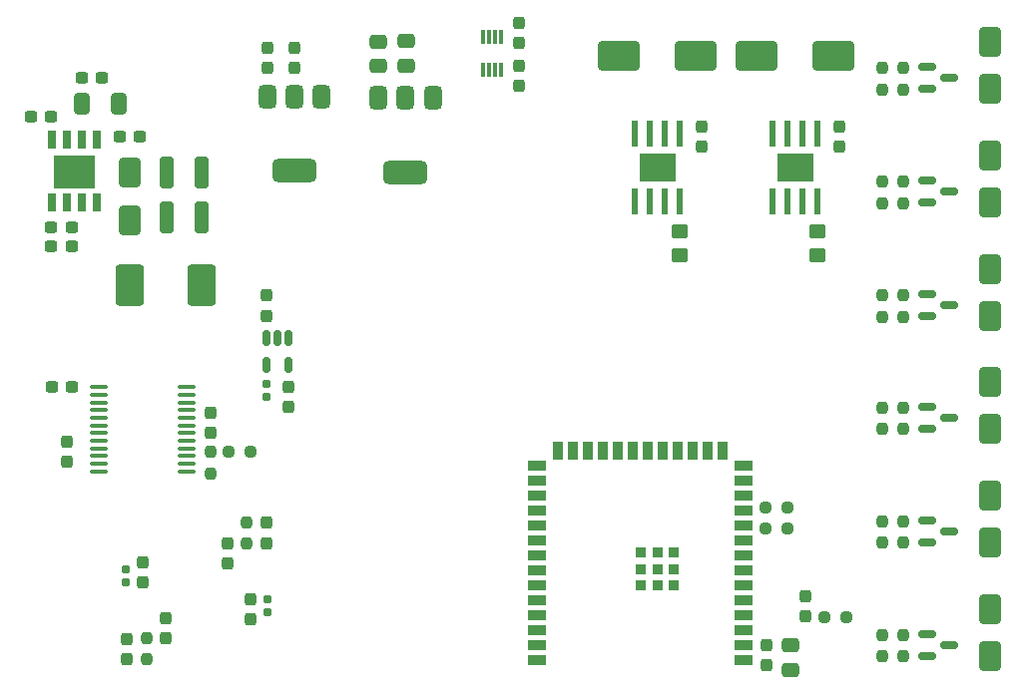
<source format=gtp>
G04 #@! TF.GenerationSoftware,KiCad,Pcbnew,9.0.0*
G04 #@! TF.CreationDate,2025-03-04T23:57:34-06:00*
G04 #@! TF.ProjectId,PCB,5043422e-6b69-4636-9164-5f7063625858,rev?*
G04 #@! TF.SameCoordinates,Original*
G04 #@! TF.FileFunction,Paste,Top*
G04 #@! TF.FilePolarity,Positive*
%FSLAX46Y46*%
G04 Gerber Fmt 4.6, Leading zero omitted, Abs format (unit mm)*
G04 Created by KiCad (PCBNEW 9.0.0) date 2025-03-04 23:57:34*
%MOMM*%
%LPD*%
G01*
G04 APERTURE LIST*
G04 Aperture macros list*
%AMRoundRect*
0 Rectangle with rounded corners*
0 $1 Rounding radius*
0 $2 $3 $4 $5 $6 $7 $8 $9 X,Y pos of 4 corners*
0 Add a 4 corners polygon primitive as box body*
4,1,4,$2,$3,$4,$5,$6,$7,$8,$9,$2,$3,0*
0 Add four circle primitives for the rounded corners*
1,1,$1+$1,$2,$3*
1,1,$1+$1,$4,$5*
1,1,$1+$1,$6,$7*
1,1,$1+$1,$8,$9*
0 Add four rect primitives between the rounded corners*
20,1,$1+$1,$2,$3,$4,$5,0*
20,1,$1+$1,$4,$5,$6,$7,0*
20,1,$1+$1,$6,$7,$8,$9,0*
20,1,$1+$1,$8,$9,$2,$3,0*%
G04 Aperture macros list end*
%ADD10C,0.010000*%
%ADD11RoundRect,0.250000X0.475000X-0.337500X0.475000X0.337500X-0.475000X0.337500X-0.475000X-0.337500X0*%
%ADD12RoundRect,0.375000X-0.375000X0.625000X-0.375000X-0.625000X0.375000X-0.625000X0.375000X0.625000X0*%
%ADD13RoundRect,0.500000X-1.400000X0.500000X-1.400000X-0.500000X1.400000X-0.500000X1.400000X0.500000X0*%
%ADD14RoundRect,0.237500X-0.237500X0.300000X-0.237500X-0.300000X0.237500X-0.300000X0.237500X0.300000X0*%
%ADD15RoundRect,0.237500X0.237500X-0.300000X0.237500X0.300000X-0.237500X0.300000X-0.237500X-0.300000X0*%
%ADD16RoundRect,0.155000X0.155000X-0.212500X0.155000X0.212500X-0.155000X0.212500X-0.155000X-0.212500X0*%
%ADD17RoundRect,0.150000X-0.150000X0.512500X-0.150000X-0.512500X0.150000X-0.512500X0.150000X0.512500X0*%
%ADD18RoundRect,0.237500X-0.237500X0.250000X-0.237500X-0.250000X0.237500X-0.250000X0.237500X0.250000X0*%
%ADD19RoundRect,0.155000X-0.155000X0.212500X-0.155000X-0.212500X0.155000X-0.212500X0.155000X0.212500X0*%
%ADD20RoundRect,0.250000X-0.650000X1.000000X-0.650000X-1.000000X0.650000X-1.000000X0.650000X1.000000X0*%
%ADD21RoundRect,0.237500X0.300000X0.237500X-0.300000X0.237500X-0.300000X-0.237500X0.300000X-0.237500X0*%
%ADD22RoundRect,0.237500X0.237500X-0.250000X0.237500X0.250000X-0.237500X0.250000X-0.237500X-0.250000X0*%
%ADD23RoundRect,0.150000X-0.587500X-0.150000X0.587500X-0.150000X0.587500X0.150000X-0.587500X0.150000X0*%
%ADD24R,3.100000X2.400000*%
%ADD25R,0.500000X2.200000*%
%ADD26RoundRect,0.250000X0.325000X1.100000X-0.325000X1.100000X-0.325000X-1.100000X0.325000X-1.100000X0*%
%ADD27RoundRect,0.237500X-0.300000X-0.237500X0.300000X-0.237500X0.300000X0.237500X-0.300000X0.237500X0*%
%ADD28RoundRect,0.250000X1.500000X1.000000X-1.500000X1.000000X-1.500000X-1.000000X1.500000X-1.000000X0*%
%ADD29RoundRect,0.250000X0.650000X-1.000000X0.650000X1.000000X-0.650000X1.000000X-0.650000X-1.000000X0*%
%ADD30RoundRect,0.250000X-0.450000X0.350000X-0.450000X-0.350000X0.450000X-0.350000X0.450000X0.350000X0*%
%ADD31RoundRect,0.087500X-0.087500X0.537500X-0.087500X-0.537500X0.087500X-0.537500X0.087500X0.537500X0*%
%ADD32RoundRect,0.250000X-0.412500X-0.650000X0.412500X-0.650000X0.412500X0.650000X-0.412500X0.650000X0*%
%ADD33RoundRect,0.250000X-0.925000X-1.500000X0.925000X-1.500000X0.925000X1.500000X-0.925000X1.500000X0*%
%ADD34RoundRect,0.100000X-0.637500X-0.100000X0.637500X-0.100000X0.637500X0.100000X-0.637500X0.100000X0*%
%ADD35RoundRect,0.237500X0.250000X0.237500X-0.250000X0.237500X-0.250000X-0.237500X0.250000X-0.237500X0*%
%ADD36R,1.500000X0.900000*%
%ADD37R,0.900000X1.500000*%
%ADD38R,0.900000X0.900000*%
%ADD39RoundRect,0.015000X-0.285000X0.760000X-0.285000X-0.760000X0.285000X-0.760000X0.285000X0.760000X0*%
G04 APERTURE END LIST*
D10*
X184662000Y-54045000D02*
X181262000Y-54045000D01*
X181262000Y-51335000D01*
X184662000Y-51335000D01*
X184662000Y-54045000D01*
G36*
X184662000Y-54045000D02*
G01*
X181262000Y-54045000D01*
X181262000Y-51335000D01*
X184662000Y-51335000D01*
X184662000Y-54045000D01*
G37*
D11*
X211102395Y-41650733D03*
X211102395Y-43725733D03*
X208794038Y-41695556D03*
X208794038Y-43770556D03*
D12*
X208788000Y-46482000D03*
D13*
X211088000Y-52782000D03*
D12*
X211088000Y-46482000D03*
X213388000Y-46482000D03*
D14*
X199251634Y-64963801D03*
X199251634Y-63238801D03*
D15*
X201168000Y-71019500D03*
X201168000Y-72744500D03*
D16*
X199261412Y-71855171D03*
X199261412Y-70720171D03*
D17*
X201158546Y-66839453D03*
X200208546Y-66839453D03*
X199258546Y-66839453D03*
X199258546Y-69114453D03*
X201158546Y-69114453D03*
D15*
X199293586Y-84270141D03*
X199293586Y-82545141D03*
X195967901Y-86041132D03*
X195967901Y-84316132D03*
D18*
X197612000Y-82495141D03*
X197612000Y-84320141D03*
D19*
X199390000Y-90190178D03*
X199390000Y-89055178D03*
D14*
X197955691Y-90778500D03*
X197955691Y-89053500D03*
D20*
X260634000Y-41715000D03*
X260634000Y-45715000D03*
D21*
X182764319Y-59110988D03*
X181039319Y-59110988D03*
D22*
X251490000Y-65051000D03*
X251490000Y-63226000D03*
D23*
X255300000Y-72673500D03*
X255300000Y-74573500D03*
X257175000Y-73623500D03*
D24*
X244124000Y-52412290D03*
D25*
X242219000Y-55287290D03*
X243489000Y-55287290D03*
X244759000Y-55287290D03*
X246029000Y-55287290D03*
X246029000Y-49537290D03*
X244759000Y-49537290D03*
X243489000Y-49537290D03*
X242219000Y-49537290D03*
D20*
X260634000Y-61019000D03*
X260634000Y-65019000D03*
D26*
X193753000Y-56612000D03*
X190803000Y-56612000D03*
D23*
X255300000Y-63122500D03*
X255300000Y-65022500D03*
X257175000Y-64072500D03*
D15*
X188751309Y-87610500D03*
X188751309Y-85885500D03*
X201690000Y-43940500D03*
X201690000Y-42215500D03*
D14*
X182323352Y-75665519D03*
X182323352Y-77390519D03*
D27*
X181039319Y-57433321D03*
X182764319Y-57433321D03*
D28*
X247374000Y-42902290D03*
X240874000Y-42902290D03*
D22*
X251490000Y-84254000D03*
X251490000Y-82429000D03*
D21*
X182770010Y-71026349D03*
X181045010Y-71026349D03*
D14*
X190739099Y-90622868D03*
X190739099Y-92347868D03*
D26*
X193753000Y-52802000D03*
X190803000Y-52802000D03*
D18*
X253268000Y-82429000D03*
X253268000Y-84254000D03*
X253268000Y-53574000D03*
X253268000Y-55399000D03*
D14*
X220726000Y-40084500D03*
X220726000Y-41809500D03*
D18*
X253268000Y-43922000D03*
X253268000Y-45747000D03*
D21*
X185320488Y-44727987D03*
X183595488Y-44727987D03*
D22*
X189095000Y-94168859D03*
X189095000Y-92343859D03*
D16*
X187317000Y-87608822D03*
X187317000Y-86473822D03*
D18*
X253268000Y-63226000D03*
X253268000Y-65051000D03*
D23*
X255300000Y-53470500D03*
X255300000Y-55370500D03*
X257175000Y-54420500D03*
X255300000Y-82325500D03*
X255300000Y-84225500D03*
X257175000Y-83275500D03*
D20*
X260634000Y-80222000D03*
X260634000Y-84222000D03*
D29*
X187706000Y-56834000D03*
X187706000Y-52834000D03*
D28*
X235689000Y-42902290D03*
X229189000Y-42902290D03*
D30*
X246048645Y-57831500D03*
X246048645Y-59831500D03*
D22*
X251490000Y-55399000D03*
X251490000Y-53574000D03*
D14*
X187413414Y-92393859D03*
X187413414Y-94118859D03*
D20*
X260634000Y-89874000D03*
X260634000Y-93874000D03*
D15*
X220726000Y-45466000D03*
X220726000Y-43741000D03*
D20*
X260634000Y-51367000D03*
X260634000Y-55367000D03*
D23*
X255300000Y-43818500D03*
X255300000Y-45718500D03*
X257175000Y-44768500D03*
D12*
X203976000Y-46380000D03*
X201676000Y-46380000D03*
D13*
X201676000Y-52680000D03*
D12*
X199376000Y-46380000D03*
D15*
X194519076Y-74899282D03*
X194519076Y-73174282D03*
D18*
X253268000Y-92081000D03*
X253268000Y-93906000D03*
D15*
X199404000Y-43940500D03*
X199404000Y-42215500D03*
D31*
X219202000Y-41301500D03*
X218702000Y-41301500D03*
X218202000Y-41301500D03*
X217702000Y-41301500D03*
X217702000Y-44101500D03*
X218202000Y-44101500D03*
X218702000Y-44101500D03*
X219202000Y-44101500D03*
D32*
X183603500Y-46960000D03*
X186728500Y-46960000D03*
D20*
X260634000Y-70570000D03*
X260634000Y-74570000D03*
D18*
X194525883Y-76546710D03*
X194525883Y-78371710D03*
D14*
X236219000Y-48897790D03*
X236219000Y-50622790D03*
D18*
X253268000Y-72777000D03*
X253268000Y-74602000D03*
D22*
X251490000Y-74602000D03*
X251490000Y-72777000D03*
X251490000Y-93906000D03*
X251490000Y-92081000D03*
D30*
X234363645Y-57831500D03*
X234363645Y-59831500D03*
D33*
X187729000Y-62413317D03*
X193779000Y-62413317D03*
D14*
X247904000Y-48897790D03*
X247904000Y-50622790D03*
D34*
X185107000Y-71030000D03*
X185107000Y-71680000D03*
X185107000Y-72330000D03*
X185107000Y-72980000D03*
X185107000Y-73630000D03*
X185107000Y-74280000D03*
X185107000Y-74930000D03*
X185107000Y-75580000D03*
X185107000Y-76230000D03*
X185107000Y-76880000D03*
X185107000Y-77530000D03*
X185107000Y-78180000D03*
X192532000Y-78180000D03*
X192532000Y-77530000D03*
X192532000Y-76880000D03*
X192532000Y-76230000D03*
X192532000Y-75580000D03*
X192532000Y-74930000D03*
X192532000Y-74280000D03*
X192532000Y-73630000D03*
X192532000Y-72980000D03*
X192532000Y-72330000D03*
X192532000Y-71680000D03*
X192532000Y-71030000D03*
D24*
X232439000Y-52412290D03*
D25*
X230534000Y-55287290D03*
X231804000Y-55287290D03*
X233074000Y-55287290D03*
X234344000Y-55287290D03*
X234344000Y-49537290D03*
X233074000Y-49537290D03*
X231804000Y-49537290D03*
X230534000Y-49537290D03*
D22*
X251490000Y-45747000D03*
X251490000Y-43922000D03*
D27*
X186843500Y-49754000D03*
X188568500Y-49754000D03*
D23*
X255300000Y-91977500D03*
X255300000Y-93877500D03*
X257175000Y-92927500D03*
D35*
X197936456Y-76542997D03*
X196111456Y-76542997D03*
D21*
X181015475Y-48053842D03*
X179290475Y-48053842D03*
D35*
X243482500Y-81280000D03*
X241657500Y-81280000D03*
D14*
X245024427Y-88799500D03*
X245024427Y-90524500D03*
D35*
X248481769Y-90550873D03*
X246656769Y-90550873D03*
X243459674Y-83007482D03*
X241634674Y-83007482D03*
D15*
X241742798Y-94652829D03*
X241742798Y-92927829D03*
D36*
X239724798Y-94204000D03*
X239724798Y-92934000D03*
X239724798Y-91664000D03*
X239724798Y-90394000D03*
X239724798Y-89124000D03*
X239724798Y-87854000D03*
X239724798Y-86584000D03*
X239724798Y-85314000D03*
X239724798Y-84044000D03*
X239724798Y-82774000D03*
X239724798Y-81504000D03*
X239724798Y-80234000D03*
X239724798Y-78964000D03*
X239724798Y-77694000D03*
D37*
X237959798Y-76444000D03*
X236689798Y-76444000D03*
X235419798Y-76444000D03*
X234149798Y-76444000D03*
X232879798Y-76444000D03*
X231609798Y-76444000D03*
X230339798Y-76444000D03*
X229069798Y-76444000D03*
X227799798Y-76444000D03*
X226529798Y-76444000D03*
X225259798Y-76444000D03*
X223989798Y-76444000D03*
D36*
X222224798Y-77694000D03*
X222224798Y-78964000D03*
X222224798Y-80234000D03*
X222224798Y-81504000D03*
X222224798Y-82774000D03*
X222224798Y-84044000D03*
X222224798Y-85314000D03*
X222224798Y-86584000D03*
X222224798Y-87854000D03*
X222224798Y-89124000D03*
X222224798Y-90394000D03*
X222224798Y-91664000D03*
X222224798Y-92934000D03*
X222224798Y-94204000D03*
D38*
X233874798Y-87884000D03*
X232474798Y-87884000D03*
X231074798Y-87884000D03*
X233874798Y-86484000D03*
X232474798Y-86484000D03*
X231074798Y-86484000D03*
X233874798Y-85084000D03*
X232474798Y-85084000D03*
X231074798Y-85084000D03*
D11*
X243713783Y-95018265D03*
X243713783Y-92943265D03*
D39*
X184867000Y-49990000D03*
X183597000Y-49990000D03*
X182327000Y-49990000D03*
X181057000Y-49990000D03*
X181057000Y-55390000D03*
X182327000Y-55390000D03*
X183597000Y-55390000D03*
X184867000Y-55390000D03*
M02*

</source>
